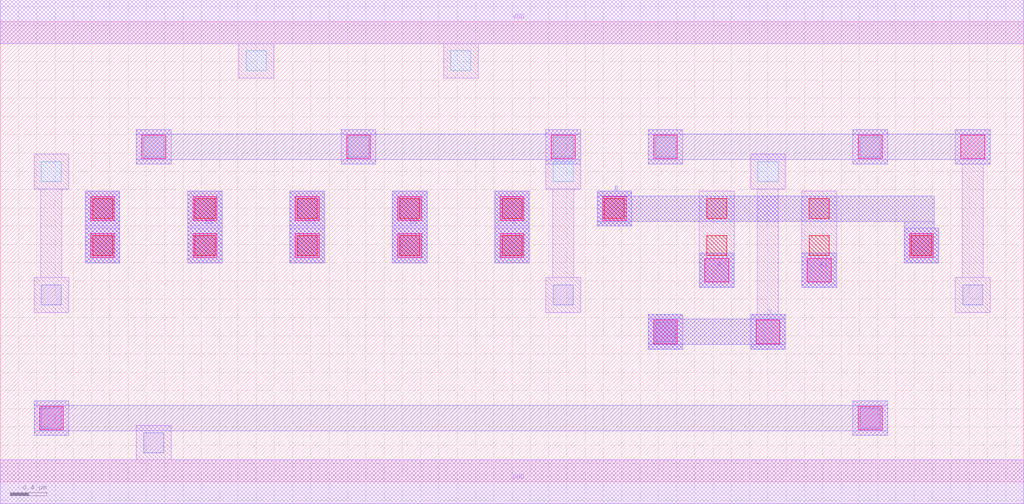
<source format=lef>
MACRO AOAAOI2114
 CLASS CORE ;
 FOREIGN AOAAOI2114 0 0 ;
 SIZE 11.200000000000001 BY 5.04 ;
 ORIGIN 0 0 ;
 SYMMETRY X Y R90 ;
 SITE unit ;
  PIN VDD
   DIRECTION INOUT ;
   USE POWER ;
   SHAPE ABUTMENT ;
    PORT
     CLASS CORE ;
       LAYER met1 ;
        RECT 0.00000000 4.80000000 11.20000000 5.28000000 ;
    END
  END VDD

  PIN GND
   DIRECTION INOUT ;
   USE POWER ;
   SHAPE ABUTMENT ;
    PORT
     CLASS CORE ;
       LAYER met1 ;
        RECT 0.00000000 -0.24000000 11.20000000 0.24000000 ;
    END
  END GND

  PIN Y
   DIRECTION INOUT ;
   USE SIGNAL ;
   SHAPE ABUTMENT ;
    PORT
     CLASS CORE ;
       LAYER met2 ;
        RECT 7.09000000 1.45200000 7.47000000 1.50200000 ;
        RECT 8.21000000 1.45200000 8.59000000 1.50200000 ;
        RECT 7.09000000 1.50200000 8.59000000 1.78200000 ;
        RECT 7.09000000 1.78200000 7.47000000 1.83200000 ;
        RECT 8.21000000 1.78200000 8.59000000 1.83200000 ;
    END
  END Y

  PIN C
   DIRECTION INOUT ;
   USE SIGNAL ;
   SHAPE ABUTMENT ;
    PORT
     CLASS CORE ;
       LAYER met2 ;
        RECT 0.93000000 2.39700000 1.31000000 3.18200000 ;
    END
  END C

  PIN D3
   DIRECTION INOUT ;
   USE SIGNAL ;
   SHAPE ABUTMENT ;
    PORT
     CLASS CORE ;
       LAYER met2 ;
        RECT 2.05000000 2.39700000 2.43000000 3.18200000 ;
    END
  END D3

  PIN D1
   DIRECTION INOUT ;
   USE SIGNAL ;
   SHAPE ABUTMENT ;
    PORT
     CLASS CORE ;
       LAYER met2 ;
        RECT 4.29000000 2.39700000 4.67000000 3.18200000 ;
    END
  END D1

  PIN D
   DIRECTION INOUT ;
   USE SIGNAL ;
   SHAPE ABUTMENT ;
    PORT
     CLASS CORE ;
       LAYER met2 ;
        RECT 5.41000000 2.39700000 5.79000000 3.18200000 ;
    END
  END D

  PIN D2
   DIRECTION INOUT ;
   USE SIGNAL ;
   SHAPE ABUTMENT ;
    PORT
     CLASS CORE ;
       LAYER met2 ;
        RECT 3.17000000 2.39700000 3.55000000 3.18200000 ;
    END
  END D2

  PIN A
   DIRECTION INOUT ;
   USE SIGNAL ;
   SHAPE ABUTMENT ;
    PORT
     CLASS CORE ;
       LAYER met2 ;
        RECT 7.65000000 2.12700000 8.03000000 2.50700000 ;
    END
  END A

  PIN B
   DIRECTION INOUT ;
   USE SIGNAL ;
   SHAPE ABUTMENT ;
    PORT
     CLASS CORE ;
       LAYER met2 ;
        RECT 9.89000000 2.39700000 10.27000000 2.77700000 ;
        RECT 6.53000000 2.80200000 6.91000000 2.85200000 ;
        RECT 9.89000000 2.77700000 10.22000000 2.85200000 ;
        RECT 6.53000000 2.85200000 10.22000000 3.13200000 ;
        RECT 6.53000000 3.13200000 6.91000000 3.18200000 ;
    END
  END B

  PIN A1
   DIRECTION INOUT ;
   USE SIGNAL ;
   SHAPE ABUTMENT ;
    PORT
     CLASS CORE ;
       LAYER met2 ;
        RECT 8.77000000 2.12700000 9.15000000 2.50700000 ;
    END
  END A1

 OBS
    LAYER polycont ;
     RECT 1.01000000 2.47700000 1.23000000 2.69700000 ;
     RECT 2.13000000 2.47700000 2.35000000 2.69700000 ;
     RECT 3.25000000 2.47700000 3.47000000 2.69700000 ;
     RECT 4.37000000 2.47700000 4.59000000 2.69700000 ;
     RECT 5.49000000 2.47700000 5.71000000 2.69700000 ;
     RECT 7.73000000 2.47700000 7.95000000 2.69700000 ;
     RECT 8.85000000 2.47700000 9.07000000 2.69700000 ;
     RECT 9.97000000 2.47700000 10.19000000 2.69700000 ;
     RECT 1.01000000 2.88200000 1.23000000 3.10200000 ;
     RECT 2.13000000 2.88200000 2.35000000 3.10200000 ;
     RECT 3.25000000 2.88200000 3.47000000 3.10200000 ;
     RECT 4.37000000 2.88200000 4.59000000 3.10200000 ;
     RECT 5.49000000 2.88200000 5.71000000 3.10200000 ;
     RECT 6.61000000 2.88200000 6.83000000 3.10200000 ;
     RECT 7.73000000 2.88200000 7.95000000 3.10200000 ;
     RECT 8.85000000 2.88200000 9.07000000 3.10200000 ;

    LAYER pdiffc ;
     RECT 0.45000000 3.28700000 0.67000000 3.50700000 ;
     RECT 6.05000000 3.28700000 6.27000000 3.50700000 ;
     RECT 8.29000000 3.28700000 8.51000000 3.50700000 ;
     RECT 1.57000000 3.55700000 1.79000000 3.77700000 ;
     RECT 3.81000000 3.55700000 4.03000000 3.77700000 ;
     RECT 6.05000000 3.55700000 6.27000000 3.77700000 ;
     RECT 7.17000000 3.55700000 7.39000000 3.77700000 ;
     RECT 9.41000000 3.55700000 9.63000000 3.77700000 ;
     RECT 2.69000000 4.50200000 2.91000000 4.72200000 ;
     RECT 4.93000000 4.50200000 5.15000000 4.72200000 ;

    LAYER ndiffc ;
     RECT 1.57000000 0.31700000 1.79000000 0.53700000 ;
     RECT 0.45000000 0.58700000 0.67000000 0.80700000 ;
     RECT 9.41000000 0.58700000 9.63000000 0.80700000 ;
     RECT 7.17000000 1.53200000 7.39000000 1.75200000 ;
     RECT 0.45000000 1.93700000 0.67000000 2.15700000 ;
     RECT 6.05000000 1.93700000 6.27000000 2.15700000 ;
     RECT 10.53000000 1.93700000 10.75000000 2.15700000 ;

    LAYER met1 ;
     RECT 0.00000000 -0.24000000 11.20000000 0.24000000 ;
     RECT 1.49000000 0.24000000 1.87000000 0.61700000 ;
     RECT 0.37000000 0.50700000 0.75000000 0.88700000 ;
     RECT 9.33000000 0.50700000 9.71000000 0.88700000 ;
     RECT 7.09000000 1.45200000 7.47000000 1.83200000 ;
     RECT 0.93000000 2.39700000 1.31000000 2.77700000 ;
     RECT 2.05000000 2.39700000 2.43000000 2.77700000 ;
     RECT 3.17000000 2.39700000 3.55000000 2.77700000 ;
     RECT 4.29000000 2.39700000 4.67000000 2.77700000 ;
     RECT 5.41000000 2.39700000 5.79000000 2.77700000 ;
     RECT 9.89000000 2.39700000 10.27000000 2.77700000 ;
     RECT 0.93000000 2.80200000 1.31000000 3.18200000 ;
     RECT 2.05000000 2.80200000 2.43000000 3.18200000 ;
     RECT 3.17000000 2.80200000 3.55000000 3.18200000 ;
     RECT 4.29000000 2.80200000 4.67000000 3.18200000 ;
     RECT 5.41000000 2.80200000 5.79000000 3.18200000 ;
     RECT 6.53000000 2.80200000 6.91000000 3.18200000 ;
     RECT 7.65000000 2.12700000 8.03000000 3.18200000 ;
     RECT 8.77000000 2.12700000 9.15000000 3.18200000 ;
     RECT 0.37000000 1.85700000 0.75000000 2.23700000 ;
     RECT 0.44500000 2.23700000 0.67500000 3.20700000 ;
     RECT 0.37000000 3.20700000 0.75000000 3.58700000 ;
     RECT 8.21000000 1.45200000 8.59000000 1.83200000 ;
     RECT 8.28500000 1.83200000 8.51500000 3.20700000 ;
     RECT 8.21000000 3.20700000 8.59000000 3.58700000 ;
     RECT 1.49000000 3.47700000 1.87000000 3.85700000 ;
     RECT 3.73000000 3.47700000 4.11000000 3.85700000 ;
     RECT 5.97000000 1.85700000 6.35000000 2.23700000 ;
     RECT 6.04500000 2.23700000 6.27500000 3.20700000 ;
     RECT 5.97000000 3.20700000 6.35000000 3.85700000 ;
     RECT 7.09000000 3.47700000 7.47000000 3.85700000 ;
     RECT 9.33000000 3.47700000 9.71000000 3.85700000 ;
     RECT 10.45000000 1.85700000 10.83000000 2.23700000 ;
     RECT 10.52500000 2.23700000 10.75500000 3.47700000 ;
     RECT 10.45000000 3.47700000 10.83000000 3.85700000 ;
     RECT 2.61000000 4.42200000 2.99000000 4.80000000 ;
     RECT 4.85000000 4.42200000 5.23000000 4.80000000 ;
     RECT 0.00000000 4.80000000 11.20000000 5.28000000 ;

    LAYER via1 ;
     RECT 0.43000000 0.56700000 0.69000000 0.82700000 ;
     RECT 9.39000000 0.56700000 9.65000000 0.82700000 ;
     RECT 7.15000000 1.51200000 7.41000000 1.77200000 ;
     RECT 8.27000000 1.51200000 8.53000000 1.77200000 ;
     RECT 7.71000000 2.18700000 7.97000000 2.44700000 ;
     RECT 8.83000000 2.18700000 9.09000000 2.44700000 ;
     RECT 0.99000000 2.45700000 1.25000000 2.71700000 ;
     RECT 2.11000000 2.45700000 2.37000000 2.71700000 ;
     RECT 3.23000000 2.45700000 3.49000000 2.71700000 ;
     RECT 4.35000000 2.45700000 4.61000000 2.71700000 ;
     RECT 5.47000000 2.45700000 5.73000000 2.71700000 ;
     RECT 9.95000000 2.45700000 10.21000000 2.71700000 ;
     RECT 0.99000000 2.86200000 1.25000000 3.12200000 ;
     RECT 2.11000000 2.86200000 2.37000000 3.12200000 ;
     RECT 3.23000000 2.86200000 3.49000000 3.12200000 ;
     RECT 4.35000000 2.86200000 4.61000000 3.12200000 ;
     RECT 5.47000000 2.86200000 5.73000000 3.12200000 ;
     RECT 6.59000000 2.86200000 6.85000000 3.12200000 ;
     RECT 1.55000000 3.53700000 1.81000000 3.79700000 ;
     RECT 3.79000000 3.53700000 4.05000000 3.79700000 ;
     RECT 6.03000000 3.53700000 6.29000000 3.79700000 ;
     RECT 7.15000000 3.53700000 7.41000000 3.79700000 ;
     RECT 9.39000000 3.53700000 9.65000000 3.79700000 ;
     RECT 10.51000000 3.53700000 10.77000000 3.79700000 ;

    LAYER met2 ;
     RECT 0.37000000 0.50700000 0.75000000 0.55700000 ;
     RECT 9.33000000 0.50700000 9.71000000 0.55700000 ;
     RECT 0.37000000 0.55700000 9.71000000 0.83700000 ;
     RECT 0.37000000 0.83700000 0.75000000 0.88700000 ;
     RECT 9.33000000 0.83700000 9.71000000 0.88700000 ;
     RECT 7.09000000 1.45200000 7.47000000 1.50200000 ;
     RECT 8.21000000 1.45200000 8.59000000 1.50200000 ;
     RECT 7.09000000 1.50200000 8.59000000 1.78200000 ;
     RECT 7.09000000 1.78200000 7.47000000 1.83200000 ;
     RECT 8.21000000 1.78200000 8.59000000 1.83200000 ;
     RECT 7.65000000 2.12700000 8.03000000 2.50700000 ;
     RECT 8.77000000 2.12700000 9.15000000 2.50700000 ;
     RECT 0.93000000 2.39700000 1.31000000 3.18200000 ;
     RECT 2.05000000 2.39700000 2.43000000 3.18200000 ;
     RECT 3.17000000 2.39700000 3.55000000 3.18200000 ;
     RECT 4.29000000 2.39700000 4.67000000 3.18200000 ;
     RECT 5.41000000 2.39700000 5.79000000 3.18200000 ;
     RECT 9.89000000 2.39700000 10.27000000 2.77700000 ;
     RECT 6.53000000 2.80200000 6.91000000 2.85200000 ;
     RECT 9.89000000 2.77700000 10.22000000 2.85200000 ;
     RECT 6.53000000 2.85200000 10.22000000 3.13200000 ;
     RECT 6.53000000 3.13200000 6.91000000 3.18200000 ;
     RECT 1.49000000 3.47700000 1.87000000 3.52700000 ;
     RECT 3.73000000 3.47700000 4.11000000 3.52700000 ;
     RECT 5.97000000 3.47700000 6.35000000 3.52700000 ;
     RECT 1.49000000 3.52700000 6.35000000 3.80700000 ;
     RECT 1.49000000 3.80700000 1.87000000 3.85700000 ;
     RECT 3.73000000 3.80700000 4.11000000 3.85700000 ;
     RECT 5.97000000 3.80700000 6.35000000 3.85700000 ;
     RECT 7.09000000 3.47700000 7.47000000 3.52700000 ;
     RECT 9.33000000 3.47700000 9.71000000 3.52700000 ;
     RECT 10.45000000 3.47700000 10.83000000 3.52700000 ;
     RECT 7.09000000 3.52700000 10.83000000 3.80700000 ;
     RECT 7.09000000 3.80700000 7.47000000 3.85700000 ;
     RECT 9.33000000 3.80700000 9.71000000 3.85700000 ;
     RECT 10.45000000 3.80700000 10.83000000 3.85700000 ;

 END
END AOAAOI2114

</source>
